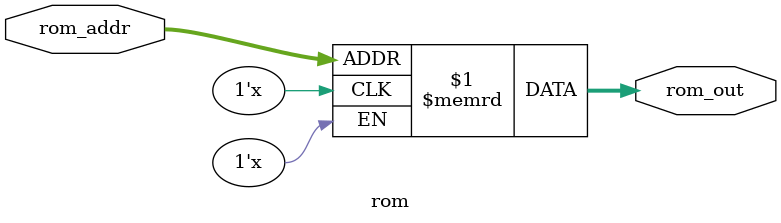
<source format=sv>
module rom(
input logic [31:0] rom_addr, 
output logic [31:0] rom_out);

logic [31:0]rom_data [32'hffffffff:0];

assign rom_out = rom_data[rom_addr];
endmodule
</source>
